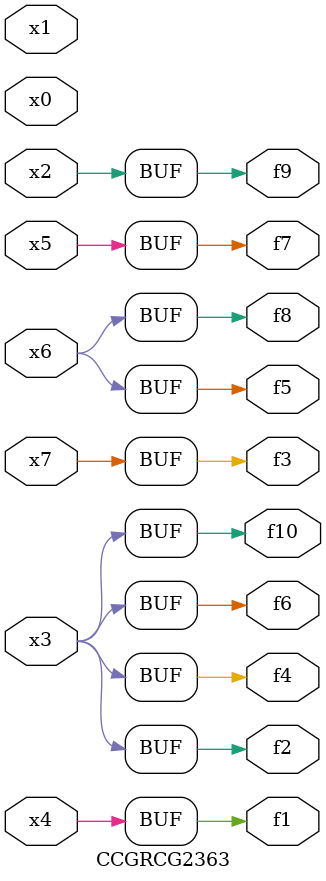
<source format=v>
module CCGRCG2363(
	input x0, x1, x2, x3, x4, x5, x6, x7,
	output f1, f2, f3, f4, f5, f6, f7, f8, f9, f10
);
	assign f1 = x4;
	assign f2 = x3;
	assign f3 = x7;
	assign f4 = x3;
	assign f5 = x6;
	assign f6 = x3;
	assign f7 = x5;
	assign f8 = x6;
	assign f9 = x2;
	assign f10 = x3;
endmodule

</source>
